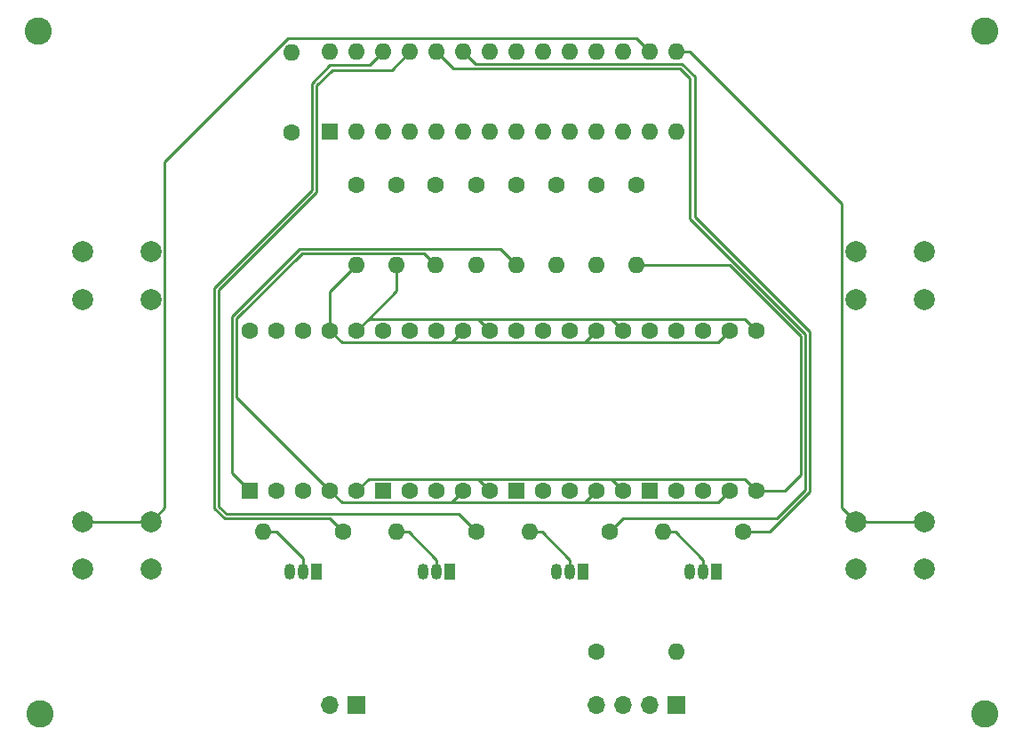
<source format=gbr>
%TF.GenerationSoftware,KiCad,Pcbnew,6.0.7*%
%TF.CreationDate,2022-08-16T20:24:01-07:00*%
%TF.ProjectId,thermometer-digital-min_max-pcb,74686572-6d6f-46d6-9574-65722d646967,rev?*%
%TF.SameCoordinates,Original*%
%TF.FileFunction,Copper,L2,Inr*%
%TF.FilePolarity,Positive*%
%FSLAX46Y46*%
G04 Gerber Fmt 4.6, Leading zero omitted, Abs format (unit mm)*
G04 Created by KiCad (PCBNEW 6.0.7) date 2022-08-16 20:24:01*
%MOMM*%
%LPD*%
G01*
G04 APERTURE LIST*
%TA.AperFunction,ComponentPad*%
%ADD10C,1.600000*%
%TD*%
%TA.AperFunction,ComponentPad*%
%ADD11O,1.600000X1.600000*%
%TD*%
%TA.AperFunction,ComponentPad*%
%ADD12R,1.700000X1.700000*%
%TD*%
%TA.AperFunction,ComponentPad*%
%ADD13O,1.700000X1.700000*%
%TD*%
%TA.AperFunction,ComponentPad*%
%ADD14R,1.600000X1.600000*%
%TD*%
%TA.AperFunction,ComponentPad*%
%ADD15C,2.600000*%
%TD*%
%TA.AperFunction,ComponentPad*%
%ADD16R,1.050000X1.500000*%
%TD*%
%TA.AperFunction,ComponentPad*%
%ADD17O,1.050000X1.500000*%
%TD*%
%TA.AperFunction,ComponentPad*%
%ADD18C,2.000000*%
%TD*%
%TA.AperFunction,Conductor*%
%ADD19C,0.250000*%
%TD*%
G04 APERTURE END LIST*
D10*
%TO.N,Net-(R4-Pad1)*%
%TO.C,R4*%
X152400000Y-59690000D03*
D11*
%TO.N,/SS_E*%
X152400000Y-67310000D03*
%TD*%
D10*
%TO.N,Net-(R0-Pad1)*%
%TO.C,R0*%
X137160000Y-59690000D03*
D11*
%TO.N,/SS_A*%
X137160000Y-67310000D03*
%TD*%
D12*
%TO.N,VCC*%
%TO.C,J1*%
X137160000Y-109220000D03*
D13*
%TO.N,GND*%
X134620000Y-109220000D03*
%TD*%
D14*
%TO.N,/SS_E*%
%TO.C,D2*%
X139700000Y-88777500D03*
D10*
%TO.N,/SS_D*%
X142240000Y-88777500D03*
%TO.N,Net-(D2-Pad3)*%
X144780000Y-88777500D03*
%TO.N,/SS_C*%
X147320000Y-88777500D03*
%TO.N,/SS_DP*%
X149860000Y-88777500D03*
%TO.N,/SS_B*%
X149860000Y-73537500D03*
%TO.N,/SS_A*%
X147320000Y-73537500D03*
%TO.N,Net-(D2-Pad3)*%
X144780000Y-73537500D03*
%TO.N,/SS_F*%
X142240000Y-73537500D03*
%TO.N,/SS_G*%
X139700000Y-73537500D03*
%TD*%
%TO.N,Net-(R9-Pad1)*%
%TO.C,R9*%
X148590000Y-92710000D03*
D11*
%TO.N,Net-(Q2-Pad2)*%
X140970000Y-92710000D03*
%TD*%
D14*
%TO.N,/SS_E*%
%TO.C,D0*%
X165100000Y-88777500D03*
D10*
%TO.N,/SS_D*%
X167640000Y-88777500D03*
%TO.N,Net-(D0-Pad3)*%
X170180000Y-88777500D03*
%TO.N,/SS_C*%
X172720000Y-88777500D03*
%TO.N,/SS_DP*%
X175260000Y-88777500D03*
%TO.N,/SS_B*%
X175260000Y-73537500D03*
%TO.N,/SS_A*%
X172720000Y-73537500D03*
%TO.N,Net-(D0-Pad3)*%
X170180000Y-73537500D03*
%TO.N,/SS_F*%
X167640000Y-73537500D03*
%TO.N,/SS_G*%
X165100000Y-73537500D03*
%TD*%
%TO.N,Net-(R1-Pad1)*%
%TO.C,R1*%
X140970000Y-59690000D03*
D11*
%TO.N,/SS_B*%
X140970000Y-67310000D03*
%TD*%
D14*
%TO.N,Net-(R13-Pad1)*%
%TO.C,U0*%
X134620000Y-54610000D03*
D11*
%TO.N,Net-(R0-Pad1)*%
X137160000Y-54610000D03*
%TO.N,Net-(R1-Pad1)*%
X139700000Y-54610000D03*
%TO.N,Net-(R2-Pad1)*%
X142240000Y-54610000D03*
%TO.N,Net-(R3-Pad1)*%
X144780000Y-54610000D03*
%TO.N,Net-(R4-Pad1)*%
X147320000Y-54610000D03*
%TO.N,VCC*%
X149860000Y-54610000D03*
%TO.N,GND*%
X152400000Y-54610000D03*
%TO.N,unconnected-(U0-Pad9)*%
X154940000Y-54610000D03*
%TO.N,unconnected-(U0-Pad10)*%
X157480000Y-54610000D03*
%TO.N,Net-(R5-Pad1)*%
X160020000Y-54610000D03*
%TO.N,Net-(R6-Pad1)*%
X162560000Y-54610000D03*
%TO.N,Net-(R7-Pad1)*%
X165100000Y-54610000D03*
%TO.N,Net-(R12-Pad2)*%
X167640000Y-54610000D03*
%TO.N,Net-(B3-Pad1)*%
X167640000Y-46990000D03*
%TO.N,Net-(B2-Pad1)*%
X165100000Y-46990000D03*
%TO.N,Net-(B1-Pad1)*%
X162560000Y-46990000D03*
%TO.N,Net-(B0-Pad1)*%
X160020000Y-46990000D03*
%TO.N,unconnected-(U0-Pad19)*%
X157480000Y-46990000D03*
%TO.N,unconnected-(U0-Pad20)*%
X154940000Y-46990000D03*
%TO.N,unconnected-(U0-Pad21)*%
X152400000Y-46990000D03*
%TO.N,GND*%
X149860000Y-46990000D03*
%TO.N,Net-(R11-Pad1)*%
X147320000Y-46990000D03*
%TO.N,Net-(R10-Pad1)*%
X144780000Y-46990000D03*
%TO.N,Net-(R9-Pad1)*%
X142240000Y-46990000D03*
%TO.N,Net-(R8-Pad1)*%
X139700000Y-46990000D03*
%TO.N,unconnected-(U0-Pad27)*%
X137160000Y-46990000D03*
%TO.N,unconnected-(U0-Pad28)*%
X134620000Y-46990000D03*
%TD*%
D10*
%TO.N,Net-(R8-Pad1)*%
%TO.C,R8*%
X135890000Y-92710000D03*
D11*
%TO.N,Net-(Q3-Pad2)*%
X128270000Y-92710000D03*
%TD*%
D15*
%TO.N,N/C*%
%TO.C,REF\u002A\u002A*%
X197000000Y-45000000D03*
%TD*%
D16*
%TO.N,GND*%
%TO.C,Q2*%
X146050000Y-96520000D03*
D17*
%TO.N,Net-(Q2-Pad2)*%
X144780000Y-96520000D03*
%TO.N,Net-(D2-Pad3)*%
X143510000Y-96520000D03*
%TD*%
D10*
%TO.N,Net-(R10-Pad1)*%
%TO.C,R10*%
X161290000Y-92710000D03*
D11*
%TO.N,Net-(Q1-Pad2)*%
X153670000Y-92710000D03*
%TD*%
D15*
%TO.N,N/C*%
%TO.C,REF\u002A\u002A*%
X106800000Y-45000000D03*
%TD*%
D10*
%TO.N,Net-(R5-Pad1)*%
%TO.C,R5*%
X156210000Y-59690000D03*
D11*
%TO.N,/SS_F*%
X156210000Y-67310000D03*
%TD*%
D10*
%TO.N,Net-(R3-Pad1)*%
%TO.C,R3*%
X148590000Y-59690000D03*
D11*
%TO.N,/SS_D*%
X148590000Y-67310000D03*
%TD*%
D18*
%TO.N,Net-(B0-Pad1)*%
%TO.C,B0*%
X191210000Y-66040000D03*
X184710000Y-66040000D03*
%TO.N,GND*%
X191210000Y-70540000D03*
X184710000Y-70540000D03*
%TD*%
%TO.N,Net-(B3-Pad1)*%
%TO.C,B3*%
X184710000Y-91730000D03*
X191210000Y-91730000D03*
%TO.N,GND*%
X191210000Y-96230000D03*
X184710000Y-96230000D03*
%TD*%
D10*
%TO.N,Net-(R11-Pad1)*%
%TO.C,R11*%
X173990000Y-92710000D03*
D11*
%TO.N,Net-(Q0-Pad2)*%
X166370000Y-92710000D03*
%TD*%
D10*
%TO.N,Net-(R13-Pad1)*%
%TO.C,R13*%
X130927000Y-54620000D03*
D11*
%TO.N,VCC*%
X130927000Y-47000000D03*
%TD*%
D10*
%TO.N,Net-(R6-Pad1)*%
%TO.C,R6*%
X160020000Y-59690000D03*
D11*
%TO.N,/SS_G*%
X160020000Y-67310000D03*
%TD*%
D18*
%TO.N,Net-(B2-Pad1)*%
%TO.C,B2*%
X117550000Y-91730000D03*
X111050000Y-91730000D03*
%TO.N,GND*%
X117550000Y-96230000D03*
X111050000Y-96230000D03*
%TD*%
D15*
%TO.N,N/C*%
%TO.C,REF\u002A\u002A*%
X107000000Y-110000000D03*
%TD*%
D16*
%TO.N,GND*%
%TO.C,Q3*%
X133350000Y-96520000D03*
D17*
%TO.N,Net-(Q3-Pad2)*%
X132080000Y-96520000D03*
%TO.N,Net-(D3-Pad3)*%
X130810000Y-96520000D03*
%TD*%
D14*
%TO.N,/SS_E*%
%TO.C,D3*%
X127000000Y-88777500D03*
D10*
%TO.N,/SS_D*%
X129540000Y-88777500D03*
%TO.N,Net-(D3-Pad3)*%
X132080000Y-88777500D03*
%TO.N,/SS_C*%
X134620000Y-88777500D03*
%TO.N,/SS_DP*%
X137160000Y-88777500D03*
%TO.N,/SS_B*%
X137160000Y-73537500D03*
%TO.N,/SS_A*%
X134620000Y-73537500D03*
%TO.N,Net-(D3-Pad3)*%
X132080000Y-73537500D03*
%TO.N,/SS_F*%
X129540000Y-73537500D03*
%TO.N,/SS_G*%
X127000000Y-73537500D03*
%TD*%
D18*
%TO.N,Net-(B1-Pad1)*%
%TO.C,B1*%
X111050000Y-66040000D03*
X117550000Y-66040000D03*
%TO.N,GND*%
X117550000Y-70540000D03*
X111050000Y-70540000D03*
%TD*%
D15*
%TO.N,N/C*%
%TO.C,REF\u002A\u002A*%
X197000000Y-110000000D03*
%TD*%
D10*
%TO.N,Net-(R7-Pad1)*%
%TO.C,R7*%
X163830000Y-59690000D03*
D11*
%TO.N,/SS_DP*%
X163830000Y-67310000D03*
%TD*%
D16*
%TO.N,GND*%
%TO.C,Q1*%
X158750000Y-96520000D03*
D17*
%TO.N,Net-(Q1-Pad2)*%
X157480000Y-96520000D03*
%TO.N,Net-(D1-Pad3)*%
X156210000Y-96520000D03*
%TD*%
D10*
%TO.N,VCC*%
%TO.C,R12*%
X160020000Y-104140000D03*
D11*
%TO.N,Net-(R12-Pad2)*%
X167640000Y-104140000D03*
%TD*%
D12*
%TO.N,VCC*%
%TO.C,J0*%
X167640000Y-109220000D03*
D13*
%TO.N,Net-(R12-Pad2)*%
X165100000Y-109220000D03*
%TO.N,GND*%
X162560000Y-109220000D03*
X160020000Y-109220000D03*
%TD*%
D14*
%TO.N,/SS_E*%
%TO.C,D1*%
X152400000Y-88777500D03*
D10*
%TO.N,/SS_D*%
X154940000Y-88777500D03*
%TO.N,Net-(D1-Pad3)*%
X157480000Y-88777500D03*
%TO.N,/SS_C*%
X160020000Y-88777500D03*
%TO.N,/SS_DP*%
X162560000Y-88777500D03*
%TO.N,/SS_B*%
X162560000Y-73537500D03*
%TO.N,/SS_A*%
X160020000Y-73537500D03*
%TO.N,Net-(D1-Pad3)*%
X157480000Y-73537500D03*
%TO.N,/SS_F*%
X154940000Y-73537500D03*
%TO.N,/SS_G*%
X152400000Y-73537500D03*
%TD*%
D16*
%TO.N,GND*%
%TO.C,Q0*%
X171450000Y-96520000D03*
D17*
%TO.N,Net-(Q0-Pad2)*%
X170180000Y-96520000D03*
%TO.N,Net-(D0-Pad3)*%
X168910000Y-96520000D03*
%TD*%
D10*
%TO.N,Net-(R2-Pad1)*%
%TO.C,R2*%
X144680000Y-59690000D03*
D11*
%TO.N,/SS_C*%
X144680000Y-67310000D03*
%TD*%
D19*
%TO.N,Net-(B2-Pad1)*%
X117550000Y-91730000D02*
X118874511Y-90405489D01*
X118874511Y-90405489D02*
X118874511Y-57462189D01*
X111050000Y-91730000D02*
X117550000Y-91730000D01*
X163830000Y-45720000D02*
X165100000Y-46990000D01*
X118874511Y-57462189D02*
X130616700Y-45720000D01*
X130616700Y-45720000D02*
X163830000Y-45720000D01*
%TO.N,Net-(B3-Pad1)*%
X167640000Y-46990000D02*
X168910000Y-46990000D01*
X183385489Y-90405489D02*
X184710000Y-91730000D01*
X168910000Y-46990000D02*
X183385489Y-61465489D01*
X184710000Y-91730000D02*
X191210000Y-91730000D01*
X183385489Y-61465489D02*
X183385489Y-90405489D01*
%TO.N,/SS_E*%
X131749750Y-65735969D02*
X150825969Y-65735969D01*
X125281198Y-72204521D02*
X131749750Y-65735969D01*
X150825969Y-65735969D02*
X152400000Y-67310000D01*
X125281198Y-87058698D02*
X125281198Y-72204521D01*
X127000000Y-88777500D02*
X125281198Y-87058698D01*
%TO.N,/SS_C*%
X135744511Y-89902011D02*
X146195489Y-89902011D01*
X171595489Y-89902011D02*
X172720000Y-88777500D01*
X146195489Y-89902011D02*
X158895489Y-89902011D01*
X143555489Y-66185489D02*
X144680000Y-67310000D01*
X158895489Y-89902011D02*
X171595489Y-89902011D01*
X125730718Y-79888218D02*
X125730718Y-72390718D01*
X158895489Y-89902011D02*
X160020000Y-88777500D01*
X134620000Y-88777500D02*
X125730718Y-79888218D01*
X134620000Y-88777500D02*
X135744511Y-89902011D01*
X131935947Y-66185489D02*
X143555489Y-66185489D01*
X125730718Y-72390718D02*
X131935947Y-66185489D01*
X146195489Y-89902011D02*
X147320000Y-88777500D01*
%TO.N,/SS_DP*%
X172718564Y-67310000D02*
X163830000Y-67310000D01*
X179440960Y-74032396D02*
X172718564Y-67310000D01*
X137160000Y-88777500D02*
X138284511Y-87652989D01*
X174135489Y-87652989D02*
X175260000Y-88777500D01*
X148735489Y-87652989D02*
X161435489Y-87652989D01*
X161435489Y-87652989D02*
X162560000Y-88777500D01*
X175260000Y-88777500D02*
X177922500Y-88777500D01*
X138284511Y-87652989D02*
X148735489Y-87652989D01*
X161435489Y-87652989D02*
X174135489Y-87652989D01*
X177922500Y-88777500D02*
X179440960Y-87259040D01*
X148735489Y-87652989D02*
X149860000Y-88777500D01*
X179440960Y-87259040D02*
X179440960Y-74032396D01*
%TO.N,/SS_B*%
X138284511Y-72412989D02*
X140970000Y-69727500D01*
X140970000Y-69727500D02*
X140970000Y-67310000D01*
X174135489Y-72412989D02*
X175260000Y-73537500D01*
X161435489Y-72412989D02*
X174135489Y-72412989D01*
X161435489Y-72412989D02*
X162560000Y-73537500D01*
X137160000Y-73537500D02*
X138284511Y-72412989D01*
X148735489Y-72412989D02*
X161435489Y-72412989D01*
X138284511Y-72412989D02*
X148735489Y-72412989D01*
X148735489Y-72412989D02*
X149860000Y-73537500D01*
%TO.N,/SS_A*%
X134620000Y-73537500D02*
X134620000Y-69850000D01*
X146195489Y-74662011D02*
X158895489Y-74662011D01*
X158895489Y-74662011D02*
X160020000Y-73537500D01*
X134620000Y-69850000D02*
X137160000Y-67310000D01*
X171595489Y-74662011D02*
X172720000Y-73537500D01*
X146195489Y-74662011D02*
X147320000Y-73537500D01*
X134620000Y-73537500D02*
X135744511Y-74662011D01*
X158895489Y-74662011D02*
X171595489Y-74662011D01*
X135744511Y-74662011D02*
X146195489Y-74662011D01*
%TO.N,Net-(Q0-Pad2)*%
X167501370Y-92710000D02*
X170180000Y-95388630D01*
X166370000Y-92710000D02*
X167501370Y-92710000D01*
X170180000Y-95388630D02*
X170180000Y-96520000D01*
%TO.N,Net-(Q1-Pad2)*%
X154801370Y-92710000D02*
X157480000Y-95388630D01*
X153670000Y-92710000D02*
X154801370Y-92710000D01*
X157480000Y-95388630D02*
X157480000Y-96520000D01*
%TO.N,Net-(Q2-Pad2)*%
X144780000Y-95388630D02*
X144780000Y-96520000D01*
X142101370Y-92710000D02*
X144780000Y-95388630D01*
X140970000Y-92710000D02*
X142101370Y-92710000D01*
%TO.N,Net-(Q3-Pad2)*%
X129540000Y-92710000D02*
X132080000Y-95250000D01*
X128270000Y-92710000D02*
X129540000Y-92710000D01*
X132080000Y-95250000D02*
X132080000Y-96520000D01*
%TO.N,Net-(R8-Pad1)*%
X134620000Y-91440000D02*
X124563011Y-91440000D01*
X123582219Y-90459208D02*
X123582219Y-69457781D01*
X132900480Y-49979520D02*
X134620000Y-48260000D01*
X124563011Y-91440000D02*
X123582219Y-90459208D01*
X123582219Y-69457781D02*
X132900480Y-60139520D01*
X132900480Y-60139520D02*
X132900480Y-49979520D01*
X134620000Y-48260000D02*
X138430000Y-48260000D01*
X138430000Y-48260000D02*
X139700000Y-46990000D01*
X135890000Y-92710000D02*
X134620000Y-91440000D01*
%TO.N,Net-(R9-Pad1)*%
X146870480Y-90990480D02*
X124749209Y-90990480D01*
X133350000Y-60325718D02*
X124031739Y-69643979D01*
X124031739Y-69643979D02*
X124031739Y-88058261D01*
X134806198Y-48709520D02*
X133350000Y-50165718D01*
X124031739Y-88058261D02*
X124031739Y-88153880D01*
X140520480Y-48709520D02*
X134806198Y-48709520D01*
X124031739Y-90273010D02*
X124031739Y-88058261D01*
X148590000Y-92710000D02*
X146870480Y-90990480D01*
X133350000Y-50165718D02*
X133350000Y-60325718D01*
X124749209Y-90990480D02*
X124031739Y-90273010D01*
X142240000Y-46990000D02*
X140520480Y-48709520D01*
%TO.N,Net-(R10-Pad1)*%
X168910000Y-62865718D02*
X179890480Y-73846198D01*
X177164282Y-91440000D02*
X162560000Y-91440000D01*
X144780000Y-46990000D02*
X146354031Y-48564031D01*
X179890480Y-88713802D02*
X177164282Y-91440000D01*
X167944031Y-48564031D02*
X168910000Y-49530000D01*
X179890480Y-73846198D02*
X179890480Y-88713802D01*
X162560000Y-91440000D02*
X161290000Y-92710000D01*
X168910000Y-49530000D02*
X168910000Y-62865718D01*
X146354031Y-48564031D02*
X167944031Y-48564031D01*
%TO.N,Net-(R11-Pad1)*%
X180340000Y-88900000D02*
X176530000Y-92710000D01*
X180340000Y-73660000D02*
X180340000Y-88900000D01*
X169359520Y-49343802D02*
X169359520Y-62679520D01*
X168130229Y-48114511D02*
X169359520Y-49343802D01*
X148444511Y-48114511D02*
X168130229Y-48114511D01*
X169359520Y-62679520D02*
X180340000Y-73660000D01*
X147320000Y-46990000D02*
X148444511Y-48114511D01*
X176530000Y-92710000D02*
X173990000Y-92710000D01*
%TD*%
M02*

</source>
